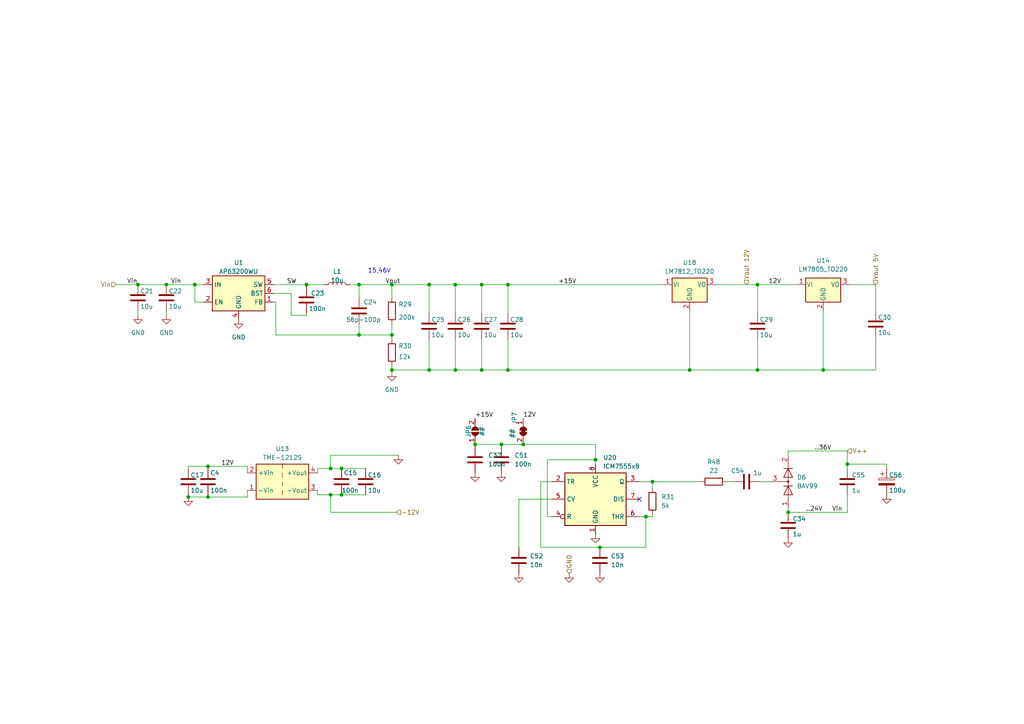
<source format=kicad_sch>
(kicad_sch (version 20231120) (generator "eeschema") (generator_version "8.0")
  (paper "A4")
  (lib_symbols
    (symbol "Converter_DCDC:TME-1212S"
      (property "Reference" "U" (at -6.35 6.35 0))
      (property "Value" "TME-1212S" (at 2.54 6.35 0))
      (symbol "TME-1212S_0_0"
        (pin power_in line (at -10.16 -2.54 0) (length 2.54) (name "-Vin") (number "1"))
        (pin power_in line (at -10.16 2.54 0) (length 2.54) (name "+Vin") (number "2"))
        (pin power_out line (at 10.16 -2.54 180) (length 2.54) (name "-Vout") (number "3"))
        (pin power_out line (at 10.16 2.54 180) (length 2.54) (name "+Vout") (number "4"))
      )
      (symbol "TME-1212S_0_1"
        (rectangle (start -7.62 5.08) (end 7.62 -5.08) (stroke (width 0.254)) (fill (type background)))
        (polyline (pts (xy 0 -2.54) (xy 0 -3.81)))
        (polyline (pts (xy 0 0) (xy 0 -1.27)))
        (polyline (pts (xy 0 2.54) (xy 0 1.27)))
        (polyline (pts (xy 0 5.08) (xy 0 3.81)))
      )
    )
    (symbol "Device:C" (pin_numbers hide) (pin_names (offset 0.254))
      (property "Reference" "C" (at 0.635 2.54 0))
      (property "Value" "C" (at 0.635 -2.54 0))
      (symbol "C_0_1"
        (polyline (pts (xy -2.032 -0.762) (xy 2.032 -0.762)) (stroke (width 0.508)))
        (polyline (pts (xy -2.032 0.762) (xy 2.032 0.762)) (stroke (width 0.508)))
      )
      (symbol "C_1_1"
        (pin passive line (at 0 3.81 270) (length 2.794) (name "~") (number "1"))
        (pin passive line (at 0 -3.81 90) (length 2.794) (name "~") (number "2"))
      )
    )
    (symbol "Device:C_Polarized" (pin_numbers hide) (pin_names (offset 0.254))
      (property "Reference" "C" (at 0.635 2.54 0))
      (property "Value" "C_Polarized" (at 0.635 -2.54 0))
      (symbol "C_Polarized_0_1"
        (rectangle (start -2.286 0.508) (end 2.286 1.016))
        (polyline (pts (xy -1.778 2.286) (xy -0.762 2.286)))
        (polyline (pts (xy -1.27 2.794) (xy -1.27 1.778)))
        (rectangle (start 2.286 -0.508) (end -2.286 -1.016) (fill (type outline)))
      )
      (symbol "C_Polarized_1_1"
        (pin passive line (at 0 3.81 270) (length 2.794) (name "~") (number "1"))
        (pin passive line (at 0 -3.81 90) (length 2.794) (name "~") (number "2"))
      )
    )
    (symbol "Device:L" (pin_numbers hide) (pin_names (offset 1.016) hide)
      (property "Reference" "L" (at -1.27 0 90))
      (property "Value" "L" (at 1.905 0 90))
      (symbol "L_0_1"
        (arc (start 0 -2.54) (mid 0.6323 -1.905) (end 0 -1.27))
        (arc (start 0 -1.27) (mid 0.6323 -0.635) (end 0 0))
        (arc (start 0 0) (mid 0.6323 0.635) (end 0 1.27))
        (arc (start 0 1.27) (mid 0.6323 1.905) (end 0 2.54))
      )
      (symbol "L_1_1"
        (pin passive line (at 0 3.81 270) (length 1.27) (name "1") (number "1"))
        (pin passive line (at 0 -3.81 90) (length 1.27) (name "2") (number "2"))
      )
    )
    (symbol "Device:R" (pin_numbers hide) (pin_names (offset 0))
      (property "Reference" "R" (at 2.032 0 90))
      (property "Value" "R" (at 0 0 90))
      (symbol "R_0_1"
        (rectangle (start -1.016 -2.54) (end 1.016 2.54) (stroke (width 0.254)))
      )
      (symbol "R_1_1"
        (pin passive line (at 0 3.81 270) (length 1.27) (name "~") (number "1"))
        (pin passive line (at 0 -3.81 90) (length 1.27) (name "~") (number "2"))
      )
    )
    (symbol "Diode:BAV99" (pin_names hide)
      (property "Reference" "D" (at 0 5.08 0))
      (property "Value" "BAV99" (at 0 2.54 0))
      (symbol "BAV99_0_1"
        (polyline (pts (xy -5.08 0) (xy 5.08 0)))
      )
      (symbol "BAV99_1_1"
        (polyline (pts (xy 0 0) (xy 0 -2.54)))
        (polyline (pts (xy -1.27 -1.27) (xy -1.27 1.27) (xy -1.27 1.27)) (stroke (width 0.2032)))
        (polyline (pts (xy 3.81 1.27) (xy 3.81 -1.27) (xy 3.81 -1.27)) (stroke (width 0.2032)))
        (polyline (pts (xy -3.81 1.27) (xy -1.27 0) (xy -3.81 -1.27) (xy -3.81 1.27) (xy -3.81 1.27) (xy -3.81 1.27)) (stroke (width 0.2032)))
        (polyline (pts (xy 1.27 1.27) (xy 3.81 0) (xy 1.27 -1.27) (xy 1.27 1.27) (xy 1.27 1.27) (xy 1.27 1.27)) (stroke (width 0.2032)))
        (circle (center 0 0) (radius 0.254) (fill (type outline)))
        (pin passive line (at -7.62 0 0) (length 2.54) (name "K") (number "1"))
        (pin passive line (at 7.62 0 180) (length 2.54) (name "A") (number "2"))
        (pin passive line (at 0 -5.08 90) (length 2.54) (name "K") (number "3"))
      )
    )
    (symbol "Jumper:SolderJumper_2_Bridged" (pin_names (offset 0) hide)
      (property "Reference" "JP" (at 0 2.032 0))
      (property "Value" "SolderJumper_2_Bridged" (at 0 -2.54 0))
      (symbol "SolderJumper_2_Bridged_0_1"
        (rectangle (start -0.508 0.508) (end 0.508 -0.508) (fill (type outline)))
        (arc (start -0.254 1.016) (mid -1.2656 0) (end -0.254 -1.016))
        (arc (start -0.254 1.016) (mid -1.2656 0) (end -0.254 -1.016) (fill (type outline)))
        (polyline (pts (xy -0.254 1.016) (xy -0.254 -1.016)))
        (polyline (pts (xy 0.254 1.016) (xy 0.254 -1.016)))
        (arc (start 0.254 -1.016) (mid 1.2656 0) (end 0.254 1.016))
        (arc (start 0.254 -1.016) (mid 1.2656 0) (end 0.254 1.016) (fill (type outline)))
      )
      (symbol "SolderJumper_2_Bridged_1_1"
        (pin passive line (at -3.81 0 0) (length 2.54) (name "A") (number "1"))
        (pin passive line (at 3.81 0 180) (length 2.54) (name "B") (number "2"))
      )
    )
    (symbol "Jumper:SolderJumper_2_Open" (pin_names (offset 0) hide)
      (property "Reference" "JP" (at 0 2.032 0))
      (property "Value" "SolderJumper_2_Open" (at 0 -2.54 0))
      (symbol "SolderJumper_2_Open_0_1"
        (arc (start -0.254 1.016) (mid -1.2656 0) (end -0.254 -1.016))
        (arc (start -0.254 1.016) (mid -1.2656 0) (end -0.254 -1.016) (fill (type outline)))
        (polyline (pts (xy -0.254 1.016) (xy -0.254 -1.016)))
        (polyline (pts (xy 0.254 1.016) (xy 0.254 -1.016)))
        (arc (start 0.254 -1.016) (mid 1.2656 0) (end 0.254 1.016))
        (arc (start 0.254 -1.016) (mid 1.2656 0) (end 0.254 1.016) (fill (type outline)))
      )
      (symbol "SolderJumper_2_Open_1_1"
        (pin passive line (at -3.81 0 0) (length 2.54) (name "A") (number "1"))
        (pin passive line (at 3.81 0 180) (length 2.54) (name "B") (number "2"))
      )
    )
    (symbol "Regulator_Linear:LM7805_TO220" (pin_names (offset 0.254))
      (property "Reference" "U" (at -3.81 3.175 0))
      (property "Value" "LM7805_TO220" (at 0 3.175 0))
      (symbol "LM7805_TO220_0_1"
        (rectangle (start -5.08 1.905) (end 5.08 -5.08) (stroke (width 0.254)) (fill (type background)))
      )
      (symbol "LM7805_TO220_1_1"
        (pin power_in line (at -7.62 0 0) (length 2.54) (name "VI") (number "1"))
        (pin power_in line (at 0 -7.62 90) (length 2.54) (name "GND") (number "2"))
        (pin power_out line (at 7.62 0 180) (length 2.54) (name "VO") (number "3"))
      )
    )
    (symbol "Regulator_Linear:LM7812_TO220" (pin_names (offset 0.254))
      (property "Reference" "U" (at -3.81 3.175 0))
      (property "Value" "LM7812_TO220" (at 0 3.175 0))
      (symbol "LM7812_TO220_0_1"
        (rectangle (start -5.08 1.905) (end 5.08 -5.08) (stroke (width 0.254)) (fill (type background)))
      )
      (symbol "LM7812_TO220_1_1"
        (pin power_in line (at -7.62 0 0) (length 2.54) (name "VI") (number "1"))
        (pin power_in line (at 0 -7.62 90) (length 2.54) (name "GND") (number "2"))
        (pin power_out line (at 7.62 0 180) (length 2.54) (name "VO") (number "3"))
      )
    )
    (symbol "Regulator_Switching:AP63200WU"
      (property "Reference" "U" (at -7.62 6.35 0))
      (property "Value" "AP63200WU" (at 2.54 6.35 0))
      (symbol "AP63200WU_0_1"
        (rectangle (start -7.62 5.08) (end 7.62 -5.08) (stroke (width 0.254)) (fill (type background)))
      )
      (symbol "AP63200WU_1_1"
        (pin input line (at 10.16 -2.54 180) (length 2.54) (name "FB") (number "1"))
        (pin input line (at -10.16 -2.54 0) (length 2.54) (name "EN") (number "2"))
        (pin power_in line (at -10.16 2.54 0) (length 2.54) (name "IN") (number "3"))
        (pin power_in line (at 0 -7.62 90) (length 2.54) (name "GND") (number "4"))
        (pin output line (at 10.16 2.54 180) (length 2.54) (name "SW") (number "5"))
        (pin passive line (at 10.16 0 180) (length 2.54) (name "BST") (number "6"))
      )
    )
    (symbol "Timer:ICM7555xB"
      (property "Reference" "U" (at -10.16 8.89 0))
      (property "Value" "ICM7555xB" (at 2.54 8.89 0))
      (symbol "ICM7555xB_0_0"
        (pin power_in line (at 0 -10.16 90) (length 2.54) (name "GND") (number "1"))
        (pin power_in line (at 0 10.16 270) (length 2.54) (name "VCC") (number "8"))
      )
      (symbol "ICM7555xB_0_1"
        (rectangle (start -8.89 -7.62) (end 8.89 7.62) (stroke (width 0.254)) (fill (type background)))
        (rectangle (start -8.89 -7.62) (end 8.89 7.62) (stroke (width 0.254)) (fill (type background)))
      )
      (symbol "ICM7555xB_1_1"
        (pin input line (at -12.7 5.08 0) (length 3.81) (name "TR") (number "2"))
        (pin output line (at 12.7 5.08 180) (length 3.81) (name "Q") (number "3"))
        (pin input inverted (at -12.7 -5.08 0) (length 3.81) (name "R") (number "4"))
        (pin input line (at -12.7 0 0) (length 3.81) (name "CV") (number "5"))
        (pin input line (at 12.7 -5.08 180) (length 3.81) (name "THR") (number "6"))
        (pin input line (at 12.7 0 180) (length 3.81) (name "DIS") (number "7"))
      )
    )
    (symbol "power:GND" (power) (pin_names (offset 0))
      (property "Value" "GND" (at 0 -3.81 0))
      (symbol "GND_0_1"
        (polyline (pts (xy 0 0) (xy 0 -1.27) (xy 1.27 -1.27) (xy 0 -2.54) (xy -1.27 -1.27) (xy 0 -1.27)))
      )
      (symbol "GND_1_1"
        (pin power_in line (at 0 0 270) (length 0) hide (name "GND") (number "1"))
      )
    )
  )
  (junction (at 99.06 135.89))
  (junction (at 245.745 134.62))
  (junction (at 151.765 128.905))
  (junction (at 228.6 148.59))
  (junction (at 219.71 107.315))
  (junction (at 187.325 149.86))
  (junction (at 147.32 82.55))
  (junction (at 95.885 135.89))
  (junction (at 124.46 107.315))
  (junction (at 113.665 107.315))
  (junction (at 219.71 82.55))
  (junction (at 137.795 128.905))
  (junction (at 132.08 82.55))
  (junction (at 40.005 82.55))
  (junction (at 99.06 143.51))
  (junction (at 104.14 82.55))
  (junction (at 124.46 82.55))
  (junction (at 132.08 107.315))
  (junction (at 113.665 97.155))
  (junction (at 95.885 143.51))
  (junction (at 48.26 82.55))
  (junction (at 200.025 107.315))
  (junction (at 113.665 82.55))
  (junction (at 56.515 82.55))
  (junction (at 139.7 82.55))
  (junction (at 88.9 82.55))
  (junction (at 60.325 135.255))
  (junction (at 104.14 97.155))
  (junction (at 147.32 107.315))
  (junction (at 60.325 144.145))
  (junction (at 145.415 128.905))
  (junction (at 173.99 158.75))
  (junction (at 172.72 133.35))
  (junction (at 189.23 139.7))
  (junction (at 238.76 107.315))
  (junction (at 54.61 144.145))
  (junction (at 139.7 107.315))
  (no_connect (at 185.42 144.78))
  (wire (pts (xy 257.175 134.62) (xy 245.745 134.62)))
  (wire (pts (xy 219.71 98.425) (xy 219.71 107.315)))
  (wire (pts (xy 113.665 93.98) (xy 113.665 97.155)))
  (wire (pts (xy 95.885 143.51) (xy 99.06 143.51)))
  (wire (pts (xy 104.14 82.55) (xy 104.14 86.36)))
  (wire (pts (xy 113.665 107.315) (xy 113.665 106.045)))
  (wire (pts (xy 219.71 82.55) (xy 231.14 82.55)))
  (wire (pts (xy 254 97.79) (xy 254 107.315)))
  (wire (pts (xy 92.075 137.16) (xy 92.075 135.89)))
  (wire (pts (xy 48.26 90.17) (xy 48.26 91.44)))
  (wire (pts (xy 54.61 144.145) (xy 60.325 144.145)))
  (wire (pts (xy 124.46 82.55) (xy 132.08 82.55)))
  (wire (pts (xy 172.72 133.35) (xy 172.72 134.62)))
  (wire (pts (xy 113.665 107.315) (xy 124.46 107.315)))
  (wire (pts (xy 147.32 90.805) (xy 147.32 82.55)))
  (wire (pts (xy 99.06 135.89) (xy 106.045 135.89)))
  (wire (pts (xy 92.075 143.51) (xy 95.885 143.51)))
  (wire (pts (xy 238.76 90.17) (xy 238.76 107.315)))
  (wire (pts (xy 54.61 135.89) (xy 54.61 135.255)))
  (wire (pts (xy 228.6 130.81) (xy 245.745 130.81)))
  (wire (pts (xy 101.6 82.55) (xy 104.14 82.55)))
  (wire (pts (xy 92.075 135.89) (xy 95.885 135.89)))
  (wire (pts (xy 124.46 107.315) (xy 132.08 107.315)))
  (wire (pts (xy 139.7 82.55) (xy 147.32 82.55)))
  (wire (pts (xy 84.455 85.09) (xy 79.375 85.09)))
  (wire (pts (xy 172.72 128.905) (xy 172.72 133.35)))
  (wire (pts (xy 54.61 143.51) (xy 54.61 144.145)))
  (wire (pts (xy 150.495 158.75) (xy 150.495 144.78)))
  (wire (pts (xy 187.325 149.86) (xy 189.23 149.86)))
  (wire (pts (xy 113.665 107.95) (xy 113.665 107.315)))
  (wire (pts (xy 95.885 132.08) (xy 95.885 135.89)))
  (wire (pts (xy 228.6 132.08) (xy 228.6 130.81)))
  (wire (pts (xy 104.14 97.155) (xy 113.665 97.155)))
  (wire (pts (xy 80.01 97.155) (xy 104.14 97.155)))
  (wire (pts (xy 158.75 133.35) (xy 172.72 133.35)))
  (wire (pts (xy 139.7 90.805) (xy 139.7 82.55)))
  (wire (pts (xy 156.845 139.7) (xy 156.845 158.75)))
  (wire (pts (xy 56.515 82.55) (xy 59.055 82.55)))
  (wire (pts (xy 54.61 135.255) (xy 60.325 135.255)))
  (wire (pts (xy 113.665 82.55) (xy 113.665 86.36)))
  (wire (pts (xy 60.325 144.145) (xy 60.325 143.51)))
  (wire (pts (xy 245.745 130.81) (xy 245.745 134.62)))
  (wire (pts (xy 139.7 98.425) (xy 139.7 107.315)))
  (wire (pts (xy 189.23 149.225) (xy 189.23 149.86)))
  (wire (pts (xy 71.755 144.145) (xy 60.325 144.145)))
  (wire (pts (xy 33.655 82.55) (xy 40.005 82.55)))
  (wire (pts (xy 158.75 149.86) (xy 158.75 133.35)))
  (wire (pts (xy 219.71 107.315) (xy 200.025 107.315)))
  (wire (pts (xy 115.57 132.08) (xy 95.885 132.08)))
  (wire (pts (xy 147.32 82.55) (xy 192.405 82.55)))
  (wire (pts (xy 245.745 148.59) (xy 245.745 143.51)))
  (wire (pts (xy 160.02 139.7) (xy 156.845 139.7)))
  (wire (pts (xy 40.005 91.44) (xy 40.005 90.17)))
  (wire (pts (xy 124.46 98.425) (xy 124.46 107.315)))
  (wire (pts (xy 187.325 149.86) (xy 185.42 149.86)))
  (wire (pts (xy 254 82.55) (xy 246.38 82.55)))
  (wire (pts (xy 99.06 143.51) (xy 106.045 143.51)))
  (wire (pts (xy 238.76 107.315) (xy 219.71 107.315)))
  (wire (pts (xy 228.6 148.59) (xy 245.745 148.59)))
  (wire (pts (xy 88.9 82.55) (xy 88.9 83.185)))
  (wire (pts (xy 245.745 134.62) (xy 245.745 135.89)))
  (wire (pts (xy 150.495 144.78) (xy 160.02 144.78)))
  (wire (pts (xy 56.515 82.55) (xy 56.515 87.63)))
  (wire (pts (xy 80.01 87.63) (xy 80.01 97.155)))
  (wire (pts (xy 137.795 129.54) (xy 137.795 128.905)))
  (wire (pts (xy 60.325 135.255) (xy 60.325 135.89)))
  (wire (pts (xy 84.455 91.44) (xy 88.9 91.44)))
  (wire (pts (xy 189.23 139.7) (xy 189.23 141.605)))
  (wire (pts (xy 79.375 87.63) (xy 80.01 87.63)))
  (wire (pts (xy 147.32 107.315) (xy 200.025 107.315)))
  (wire (pts (xy 151.765 128.905) (xy 172.72 128.905)))
  (wire (pts (xy 71.755 142.24) (xy 71.755 144.145)))
  (wire (pts (xy 173.99 158.75) (xy 187.325 158.75)))
  (wire (pts (xy 189.23 139.7) (xy 203.2 139.7)))
  (wire (pts (xy 257.175 135.89) (xy 257.175 134.62)))
  (wire (pts (xy 95.885 135.89) (xy 99.06 135.89)))
  (wire (pts (xy 132.08 98.425) (xy 132.08 107.315)))
  (wire (pts (xy 71.755 135.255) (xy 60.325 135.255)))
  (wire (pts (xy 147.32 107.315) (xy 139.7 107.315)))
  (wire (pts (xy 187.325 158.75) (xy 187.325 149.86)))
  (wire (pts (xy 207.645 82.55) (xy 219.71 82.55)))
  (wire (pts (xy 220.345 139.7) (xy 223.52 139.7)))
  (wire (pts (xy 200.025 90.17) (xy 200.025 107.315)))
  (wire (pts (xy 210.82 139.7) (xy 212.725 139.7)))
  (wire (pts (xy 92.075 142.24) (xy 92.075 143.51)))
  (wire (pts (xy 254 107.315) (xy 238.76 107.315)))
  (wire (pts (xy 113.665 97.155) (xy 113.665 98.425)))
  (wire (pts (xy 88.9 91.44) (xy 88.9 90.805)))
  (wire (pts (xy 254 90.17) (xy 254 82.55)))
  (wire (pts (xy 113.665 82.55) (xy 104.14 82.55)))
  (wire (pts (xy 145.415 128.905) (xy 151.765 128.905)))
  (wire (pts (xy 228.6 147.32) (xy 228.6 148.59)))
  (wire (pts (xy 59.055 87.63) (xy 56.515 87.63)))
  (wire (pts (xy 104.14 93.98) (xy 104.14 97.155)))
  (wire (pts (xy 160.02 149.86) (xy 158.75 149.86)))
  (wire (pts (xy 40.005 82.55) (xy 48.26 82.55)))
  (wire (pts (xy 84.455 91.44) (xy 84.455 85.09)))
  (wire (pts (xy 137.795 128.905) (xy 145.415 128.905)))
  (wire (pts (xy 71.755 137.16) (xy 71.755 135.255)))
  (wire (pts (xy 114.935 148.59) (xy 95.885 148.59)))
  (wire (pts (xy 132.08 107.315) (xy 139.7 107.315)))
  (wire (pts (xy 156.845 158.75) (xy 173.99 158.75)))
  (wire (pts (xy 147.32 98.425) (xy 147.32 107.315)))
  (wire (pts (xy 113.665 82.55) (xy 124.46 82.55)))
  (wire (pts (xy 145.415 129.54) (xy 145.415 128.905)))
  (wire (pts (xy 132.08 82.55) (xy 132.08 90.805)))
  (wire (pts (xy 132.08 82.55) (xy 139.7 82.55)))
  (wire (pts (xy 185.42 139.7) (xy 189.23 139.7)))
  (wire (pts (xy 219.71 82.55) (xy 219.71 90.805)))
  (wire (pts (xy 95.885 148.59) (xy 95.885 143.51)))
  (wire (pts (xy 124.46 82.55) (xy 124.46 90.805)))
  (wire (pts (xy 88.9 82.55) (xy 93.98 82.55)))
  (wire (pts (xy 79.375 82.55) (xy 88.9 82.55)))
  (wire (pts (xy 48.26 82.55) (xy 56.515 82.55)))
  (text "15,46V" (at 106.68 79.375 0) (effects (font (size 1.27 1.27)) (justify left bottom)))
  (label "..36V" (at 236.22 130.81 0))
  (label "Vout" (at 111.76 82.55 0))
  (label "Vin" (at 36.83 82.55 0))
  (label "12V" (at 151.765 121.285 0))
  (label "12V" (at 64.135 135.255 0))
  (label "Vin" (at 241.3 148.59 0))
  (label "..24V" (at 233.68 148.59 0))
  (label "Vin" (at 49.53 82.55 0))
  (label "+15V" (at 161.925 82.55 0))
  (label "+15V" (at 137.795 121.285 0))
  (label "12V" (at 222.885 82.55 0))
  (label "SW" (at 83.185 82.55 0))
  (hierarchical_label "Vin" (shape input) (at 33.655 82.55 180))
  (hierarchical_label "Vout 5V" (shape input) (at 254 82.55 90))
  (hierarchical_label "Vout 12V" (shape input) (at 216.535 82.55 90))
  (hierarchical_label "-12V" (shape input) (at 114.935 148.59 0))
  (hierarchical_label "GND" (shape input) (at 165.1 166.37 90))
  (hierarchical_label "V++" (shape input) (at 245.745 130.81 0))
  (symbol (lib_id "Device:C") (at 99.06 139.7 0) (unit 1)
    (property "Reference" "C15" (at 99.695 137.16 0) (effects (justify left)))
    (property "Value" "100n" (at 99.06 142.24 0) (effects (justify left)))
    (property "Footprint" "Capacitor_SMD:C_0603_1608Metric" (effects (hide yes)))
    (property "Description" "Unpolarized capacitor" (effects (hide yes)))
  )
  (symbol (lib_id "power:GND") (at 69.215 92.71 0) (unit 1)
    (property "Reference" "#PWR050" (effects (hide yes)))
    (property "Value" "GND" (at 69.215 97.79 0))
  )
  (symbol (lib_id "Device:C") (at 145.415 133.35 0) (unit 1)
    (property "Reference" "C51" (at 149.225 132.0799 0) (effects (justify left)))
    (property "Value" "100n" (at 149.225 134.6199 0) (effects (justify left)))
    (property "Footprint" "Capacitor_SMD:C_0603_1608Metric" (effects (hide yes)))
    (property "Description" "Unpolarized capacitor" (effects (hide yes)))
  )
  (symbol (lib_id "Jumper:SolderJumper_2_Bridged") (at 151.765 125.095 270) (unit 1)
    (property "Reference" "JP7" (at 149.225 121.285 0))
    (property "Value" "##" (at 148.59 125.73 0))
    (property "Footprint" "Jumper:SolderJumper-2_P1.3mm_Bridged2Bar_RoundedPad1.0x1.5mm" (effects (hide yes)))
    (property "Description" "Solder Jumper, 2-pole, closed/bridged" (effects (hide yes)))
  )
  (symbol (lib_id "Device:C") (at 48.26 86.36 0) (unit 1)
    (property "Reference" "C22" (at 48.895 84.455 0) (effects (justify left)))
    (property "Value" "10u" (at 48.895 88.9 0) (effects (justify left)))
    (property "Footprint" "Capacitor_SMD:C_1206_3216Metric" (effects (hide yes)))
  )
  (symbol (lib_id "power:GND") (at 40.005 91.44 0) (unit 1)
    (property "Reference" "#PWR048" (effects (hide yes)))
    (property "Value" "GND" (at 40.005 96.52 0))
  )
  (symbol (lib_id "Jumper:SolderJumper_2_Open") (at 137.795 125.095 90) (unit 1)
    (property "Reference" "JP6" (at 135.89 125.095 0))
    (property "Value" "##" (at 139.7 125.095 0))
    (property "Footprint" "Jumper:SolderJumper-2_P1.3mm_Open_RoundedPad1.0x1.5mm" (effects (hide yes)))
    (property "Description" "Solder Jumper, 2-pole, open" (effects (hide yes)))
  )
  (symbol (lib_id "Device:R") (at 113.665 102.235 0) (unit 1)
    (property "Reference" "R30" (at 115.57 100.33 0) (effects (justify left)))
    (property "Value" "12k" (at 115.57 103.505 0) (effects (justify left)))
    (property "Footprint" "Resistor_SMD:R_0603_1608Metric" (effects (hide yes)))
  )
  (symbol (lib_id "Device:C") (at 139.7 94.615 0) (unit 1)
    (property "Reference" "C27" (at 140.335 92.71 0) (effects (justify left)))
    (property "Value" "10u" (at 140.335 97.155 0) (effects (justify left)))
    (property "Footprint" "Capacitor_SMD:C_1206_3216Metric" (effects (hide yes)))
  )
  (symbol (lib_id "power:GND") (at 115.57 132.08 0) (unit 1)
    (property "Reference" "#PWR023" (effects (hide yes)))
    (property "Value" "GND" (effects (hide yes)))
    (property "Description" "Power symbol creates a global label with name \"GND\" , ground" (effects (hide yes)))
  )
  (symbol (lib_id "Device:C") (at 216.535 139.7 90) (unit 1)
    (property "Reference" "C54" (at 215.9 136.525 90) (effects (justify left)))
    (property "Value" "1u" (at 220.98 137.16 90) (effects (justify left)))
    (property "Footprint" "Capacitor_SMD:C_1206_3216Metric" (effects (hide yes)))
    (property "Description" "Unpolarized capacitor" (effects (hide yes)))
  )
  (symbol (lib_id "Regulator_Linear:LM7812_TO220") (at 200.025 82.55 0) (unit 1)
    (property "Reference" "U18" (at 200.025 76.2 0))
    (property "Value" "LM7812_TO220" (at 200.025 78.74 0))
    (property "Footprint" "Package_TO_SOT_THT:TO-220-3_Vertical" (effects (hide yes)))
    (property "Datasheet" "https://www.onsemi.cn/PowerSolutions/document/MC7800-D.PDF" (effects (hide yes)))
    (property "Description" "Positive 1A 35V Linear Regulator, Fixed Output 12V, TO-220" (effects (hide yes)))
  )
  (symbol (lib_id "Device:C") (at 60.325 139.7 0) (unit 1)
    (property "Reference" "C4" (at 60.96 137.16 0) (effects (justify left)))
    (property "Value" "100n" (at 60.96 142.24 0) (effects (justify left)))
    (property "Footprint" "Capacitor_SMD:C_0603_1608Metric" (effects (hide yes)))
    (property "Description" "Unpolarized capacitor" (effects (hide yes)))
  )
  (symbol (lib_id "power:GND") (at 48.26 91.44 0) (unit 1)
    (property "Reference" "#PWR049" (effects (hide yes)))
    (property "Value" "GND" (at 48.26 96.52 0))
  )
  (symbol (lib_id "power:GND") (at 54.61 144.145 0) (unit 1)
    (property "Reference" "#PWR024" (effects (hide yes)))
    (property "Value" "GND" (effects (hide yes)))
    (property "Description" "Power symbol creates a global label with name \"GND\" , ground" (effects (hide yes)))
  )
  (symbol (lib_id "Device:C") (at 132.08 94.615 0) (unit 1)
    (property "Reference" "C26" (at 132.715 92.71 0) (effects (justify left)))
    (property "Value" "10u" (at 132.715 97.155 0) (effects (justify left)))
    (property "Footprint" "Capacitor_SMD:C_1206_3216Metric" (effects (hide yes)))
  )
  (symbol (lib_id "Device:C") (at 228.6 152.4 0) (unit 1)
    (property "Reference" "C34" (at 229.87 150.495 0) (effects (justify left)))
    (property "Value" "1u" (at 229.87 154.94 0) (effects (justify left)))
    (property "Footprint" "Capacitor_SMD:C_1206_3216Metric" (effects (hide yes)))
    (property "Description" "Unpolarized capacitor" (effects (hide yes)))
  )
  (symbol (lib_id "power:GND") (at 137.795 137.16 0) (unit 1)
    (property "Reference" "#PWR0117" (effects (hide yes)))
    (property "Value" "GND" (effects (hide yes)))
    (property "Description" "Power symbol creates a global label with name \"GND\" , ground" (effects (hide yes)))
  )
  (symbol (lib_id "power:GND") (at 173.99 166.37 0) (unit 1)
    (property "Reference" "#PWR0127" (effects (hide yes)))
    (property "Value" "GND" (effects (hide yes)))
    (property "Description" "Power symbol creates a global label with name \"GND\" , ground" (effects (hide yes)))
  )
  (symbol (lib_id "Device:C") (at 124.46 94.615 0) (unit 1)
    (property "Reference" "C25" (at 125.095 92.71 0) (effects (justify left)))
    (property "Value" "10u" (at 125.095 97.155 0) (effects (justify left)))
    (property "Footprint" "Capacitor_SMD:C_1206_3216Metric" (effects (hide yes)))
  )
  (symbol (lib_id "Regulator_Switching:AP63200WU") (at 69.215 85.09 0) (unit 1)
    (property "Reference" "U1" (at 69.215 76.2 0))
    (property "Value" "AP63200WU" (at 69.215 78.74 0))
    (property "Footprint" "Package_TO_SOT_SMD:TSOT-23-6" (effects (hide yes)))
    (property "Datasheet" "https://www.diodes.com/assets/Datasheets/AP63200-AP63201-AP63203-AP63205.pdf" (effects (hide yes)))
  )
  (symbol (lib_id "Device:C") (at 106.045 139.7 0) (unit 1)
    (property "Reference" "C16" (at 106.68 137.795 0) (effects (justify left)))
    (property "Value" "10u" (at 106.68 142.24 0) (effects (justify left)))
    (property "Footprint" "Capacitor_SMD:C_1206_3216Metric" (effects (hide yes)))
  )
  (symbol (lib_id "Device:R") (at 113.665 90.17 0) (unit 1)
    (property "Reference" "R29" (at 115.57 88.265 0) (effects (justify left)))
    (property "Value" "200k" (at 115.57 92.075 0) (effects (justify left)))
    (property "Footprint" "Resistor_SMD:R_0603_1608Metric" (effects (hide yes)))
  )
  (symbol (lib_id "Device:C") (at 245.745 139.7 0) (unit 1)
    (property "Reference" "C55" (at 247.015 137.795 0) (effects (justify left)))
    (property "Value" "1u" (at 247.015 142.24 0) (effects (justify left)))
    (property "Footprint" "Capacitor_SMD:C_1206_3216Metric" (effects (hide yes)))
    (property "Description" "Unpolarized capacitor" (effects (hide yes)))
  )
  (symbol (lib_id "Device:C") (at 147.32 94.615 0) (unit 1)
    (property "Reference" "C28" (at 147.955 92.71 0) (effects (justify left)))
    (property "Value" "10u" (at 147.955 97.155 0) (effects (justify left)))
    (property "Footprint" "Capacitor_SMD:C_1206_3216Metric" (effects (hide yes)))
  )
  (symbol (lib_id "Device:C") (at 150.495 162.56 0) (unit 1)
    (property "Reference" "C52" (at 153.67 161.2899 0) (effects (justify left)))
    (property "Value" "10n" (at 153.67 163.8299 0) (effects (justify left)))
    (property "Footprint" "Capacitor_SMD:C_0603_1608Metric" (effects (hide yes)))
    (property "Description" "Unpolarized capacitor" (effects (hide yes)))
  )
  (symbol (lib_id "Device:C") (at 254 93.98 0) (unit 1)
    (property "Reference" "C30" (at 254.635 92.075 0) (effects (justify left)))
    (property "Value" "10u" (at 254.635 96.52 0) (effects (justify left)))
    (property "Footprint" "Capacitor_SMD:C_1206_3216Metric" (effects (hide yes)))
  )
  (symbol (lib_id "power:GND") (at 172.72 154.94 0) (unit 1)
    (property "Reference" "#PWR0126" (effects (hide yes)))
    (property "Value" "GND" (effects (hide yes)))
    (property "Description" "Power symbol creates a global label with name \"GND\" , ground" (effects (hide yes)))
  )
  (symbol (lib_id "Timer:ICM7555xB") (at 172.72 144.78 0) (unit 1)
    (property "Reference" "U20" (at 174.9141 132.715 0) (effects (justify left)))
    (property "Value" "ICM7555xB" (at 174.9141 135.255 0) (effects (justify left)))
    (property "Footprint" "Package_SO:SOIC-8_3.9x4.9mm_P1.27mm" (effects (hide yes)))
    (property "Datasheet" "http://www.intersil.com/content/dam/Intersil/documents/icm7/icm7555-56.pdf" (effects (hide yes)))
    (property "Description" "CMOS General Purpose Timer, 555 compatible, SOIC-8" (effects (hide yes)))
  )
  (symbol (lib_id "Device:C_Polarized") (at 257.175 139.7 0) (unit 1)
    (property "Reference" "C56" (at 257.81 137.795 0) (effects (justify left)))
    (property "Value" "100u" (at 257.81 142.24 0) (effects (justify left)))
    (property "Footprint" "Capacitor_SMD:CP_Elec_8x10.5" (effects (hide yes)))
    (property "Description" "Polarized capacitor" (effects (hide yes)))
  )
  (symbol (lib_id "power:GND") (at 145.415 137.16 0) (unit 1)
    (property "Reference" "#PWR0118" (effects (hide yes)))
    (property "Value" "GND" (effects (hide yes)))
    (property "Description" "Power symbol creates a global label with name \"GND\" , ground" (effects (hide yes)))
  )
  (symbol (lib_id "power:GND") (at 113.665 107.95 0) (unit 1)
    (property "Reference" "#PWR051" (effects (hide yes)))
    (property "Value" "GND" (at 113.665 113.03 0))
  )
  (symbol (lib_id "Device:C") (at 54.61 139.7 0) (unit 1)
    (property "Reference" "C17" (at 55.245 137.795 0) (effects (justify left)))
    (property "Value" "10u" (at 55.245 142.24 0) (effects (justify left)))
    (property "Footprint" "Capacitor_SMD:C_1206_3216Metric" (effects (hide yes)))
  )
  (symbol (lib_id "Device:C") (at 137.795 133.35 0) (unit 1)
    (property "Reference" "C37" (at 141.605 132.0799 0) (effects (justify left)))
    (property "Value" "100n" (at 141.605 134.6199 0) (effects (justify left)))
    (property "Footprint" "Capacitor_SMD:C_0603_1608Metric" (effects (hide yes)))
    (property "Description" "Unpolarized capacitor" (effects (hide yes)))
  )
  (symbol (lib_id "power:GND") (at 257.175 143.51 0) (unit 1)
    (property "Reference" "#PWR0128" (effects (hide yes)))
    (property "Value" "GND" (effects (hide yes)))
    (property "Description" "Power symbol creates a global label with name \"GND\" , ground" (effects (hide yes)))
  )
  (symbol (lib_id "Device:C") (at 219.71 94.615 0) (unit 1)
    (property "Reference" "C29" (at 220.345 92.71 0) (effects (justify left)))
    (property "Value" "10u" (at 220.345 97.155 0) (effects (justify left)))
    (property "Footprint" "Capacitor_SMD:C_1206_3216Metric" (effects (hide yes)))
  )
  (symbol (lib_id "Converter_DCDC:TME-1212S") (at 81.915 139.7 0) (unit 1)
    (property "Reference" "U13" (at 81.915 130.175 0))
    (property "Value" "TME-1212S" (at 81.915 132.715 0))
    (property "Footprint" "Converter_DCDC:Converter_DCDC_TRACO_TME_03xxS_05xxS_12xxS_Single_THT" (effects (hide yes)))
    (property "Datasheet" "https://www.tracopower.com/products/tme.pdf" (effects (hide yes)))
    (property "Description" "1W DC/DC converter unregulated, 10.8-13.2V input, 12V output voltage, 84mA output, 1kVDC isolation, SIP-4" (effects (hide yes)))
  )
  (symbol (lib_id "Device:R") (at 189.23 145.415 180) (unit 1)
    (property "Reference" "R31" (at 191.77 144.1449 0) (effects (justify right)))
    (property "Value" "5k" (at 191.77 146.6849 0) (effects (justify right)))
    (property "Footprint" "Resistor_SMD:R_0603_1608Metric" (effects (hide yes)))
    (property "Description" "Resistor" (effects (hide yes)))
  )
  (symbol (lib_id "power:GND") (at 165.1 166.37 0) (unit 1)
    (property "Reference" "#PWR0125" (effects (hide yes)))
    (property "Value" "GND" (effects (hide yes)))
    (property "Description" "Power symbol creates a global label with name \"GND\" , ground" (effects (hide yes)))
  )
  (symbol (lib_id "Device:C") (at 104.14 90.17 0) (unit 1)
    (property "Reference" "C24" (at 105.41 87.63 0) (effects (justify left)))
    (property "Value" "56p-100p" (at 100.33 92.71 0) (effects (justify left)))
    (property "Footprint" "Capacitor_SMD:C_0603_1608Metric" (effects (hide yes)))
  )
  (symbol (lib_id "Device:R") (at 207.01 139.7 90) (unit 1)
    (property "Reference" "R48" (at 207.01 133.985 90))
    (property "Value" "22" (at 207.01 136.525 90))
    (property "Footprint" "Resistor_SMD:R_0603_1608Metric" (effects (hide yes)))
    (property "Description" "Resistor" (effects (hide yes)))
  )
  (symbol (lib_id "power:GND") (at 228.6 156.21 0) (unit 1)
    (property "Reference" "#PWR0133" (effects (hide yes)))
    (property "Value" "GND" (effects (hide yes)))
    (property "Description" "Power symbol creates a global label with name \"GND\" , ground" (effects (hide yes)))
  )
  (symbol (lib_id "Device:C") (at 88.9 86.995 0) (unit 1)
    (property "Reference" "C23" (at 90.17 85.09 0) (effects (justify left)))
    (property "Value" "100n" (at 89.535 89.535 0) (effects (justify left)))
    (property "Footprint" "Capacitor_SMD:C_0603_1608Metric" (effects (hide yes)))
  )
  (symbol (lib_id "Device:C") (at 173.99 162.56 0) (unit 1)
    (property "Reference" "C53" (at 177.165 161.2899 0) (effects (justify left)))
    (property "Value" "10n" (at 177.165 163.8299 0) (effects (justify left)))
    (property "Footprint" "Capacitor_SMD:C_0603_1608Metric" (effects (hide yes)))
    (property "Description" "Unpolarized capacitor" (effects (hide yes)))
  )
  (symbol (lib_id "power:GND") (at 150.495 166.37 0) (unit 1)
    (property "Reference" "#PWR0124" (effects (hide yes)))
    (property "Value" "GND" (effects (hide yes)))
    (property "Description" "Power symbol creates a global label with name \"GND\" , ground" (effects (hide yes)))
  )
  (symbol (lib_id "Device:L") (at 97.79 82.55 90) (unit 1)
    (property "Reference" "L1" (at 97.79 78.74 90))
    (property "Value" "10u" (at 97.79 81.28 90))
    (property "Footprint" "Inductor_SMD:L_Taiyo-Yuden_NR-80xx" (effects (hide yes)))
  )
  (symbol (lib_id "Diode:BAV99") (at 228.6 139.7 270) (mirror x) (unit 1)
    (property "Reference" "D6" (at 231.14 138.4299 90) (effects (justify left)))
    (property "Value" "BAV99" (at 231.14 140.9699 90) (effects (justify left)))
    (property "Footprint" "Package_TO_SOT_SMD:SOT-23-3" (effects (hide yes)))
    (property "Datasheet" "https://assets.nexperia.com/documents/data-sheet/BAV99_SER.pdf" (effects (hide yes)))
    (property "Description" "BAV99 High-speed switching diodes, SOT-23" (effects (hide yes)))
  )
  (symbol (lib_id "Device:C") (at 40.005 86.36 0) (unit 1)
    (property "Reference" "C21" (at 40.64 84.455 0) (effects (justify left)))
    (property "Value" "10u" (at 40.64 88.9 0) (effects (justify left)))
    (property "Footprint" "Capacitor_SMD:C_1206_3216Metric" (effects (hide yes)))
  )
  (symbol (lib_id "Regulator_Linear:LM7805_TO220") (at 238.76 82.55 0) (unit 1)
    (property "Reference" "U14" (at 238.76 75.565 0))
    (property "Value" "LM7805_TO220" (at 238.76 78.105 0))
    (property "Footprint" "Package_TO_SOT_THT:TO-220-3_Vertical" (effects (hide yes)))
    (property "Datasheet" "https://www.onsemi.cn/PowerSolutions/document/MC7800-D.PDF" (effects (hide yes)))
    (property "Description" "Positive 1A 35V Linear Regulator, Fixed Output 5V, TO-220" (effects (hide yes)))
  )
)
</source>
